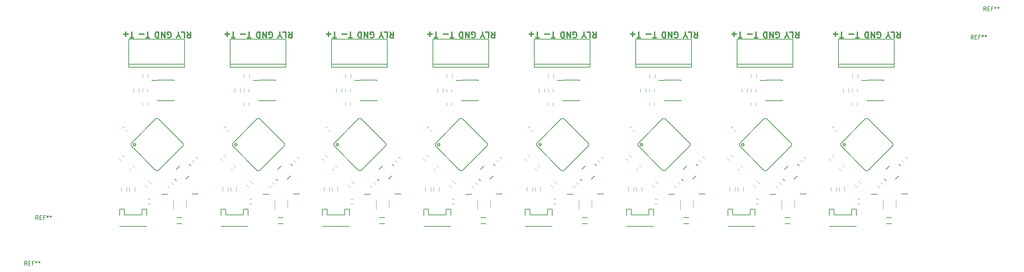
<source format=gto>
G04 #@! TF.FileFunction,Legend,Top*
%FSLAX46Y46*%
G04 Gerber Fmt 4.6, Leading zero omitted, Abs format (unit mm)*
G04 Created by KiCad (PCBNEW 4.0.6) date 11/21/17 13:18:45*
%MOMM*%
%LPD*%
G01*
G04 APERTURE LIST*
%ADD10C,0.100000*%
%ADD11C,0.300000*%
%ADD12C,0.203200*%
%ADD13C,0.120000*%
%ADD14C,0.150000*%
%ADD15C,0.254000*%
G04 APERTURE END LIST*
D10*
D11*
X250104265Y-65731118D02*
X250604265Y-66445403D01*
X250961408Y-65731118D02*
X250961408Y-67231118D01*
X250389980Y-67231118D01*
X250247122Y-67159689D01*
X250175694Y-67088260D01*
X250104265Y-66945403D01*
X250104265Y-66731118D01*
X250175694Y-66588260D01*
X250247122Y-66516832D01*
X250389980Y-66445403D01*
X250961408Y-66445403D01*
X248747122Y-65731118D02*
X249461408Y-65731118D01*
X249461408Y-67231118D01*
X247961408Y-66445403D02*
X247961408Y-65731118D01*
X248461408Y-67231118D02*
X247961408Y-66445403D01*
X247461408Y-67231118D01*
X245254408Y-67159689D02*
X245397265Y-67231118D01*
X245611551Y-67231118D01*
X245825836Y-67159689D01*
X245968694Y-67016832D01*
X246040122Y-66873975D01*
X246111551Y-66588260D01*
X246111551Y-66373975D01*
X246040122Y-66088260D01*
X245968694Y-65945403D01*
X245825836Y-65802546D01*
X245611551Y-65731118D01*
X245468694Y-65731118D01*
X245254408Y-65802546D01*
X245182979Y-65873975D01*
X245182979Y-66373975D01*
X245468694Y-66373975D01*
X244540122Y-65731118D02*
X244540122Y-67231118D01*
X243682979Y-65731118D01*
X243682979Y-67231118D01*
X242968693Y-65731118D02*
X242968693Y-67231118D01*
X242611550Y-67231118D01*
X242397265Y-67159689D01*
X242254407Y-67016832D01*
X242182979Y-66873975D01*
X242111550Y-66588260D01*
X242111550Y-66373975D01*
X242182979Y-66088260D01*
X242254407Y-65945403D01*
X242397265Y-65802546D01*
X242611550Y-65731118D01*
X242968693Y-65731118D01*
X240642694Y-67231118D02*
X239785551Y-67231118D01*
X240214122Y-65731118D02*
X240214122Y-67231118D01*
X239285551Y-66302546D02*
X238142694Y-66302546D01*
X236705694Y-67231118D02*
X235848551Y-67231118D01*
X236277122Y-65731118D02*
X236277122Y-67231118D01*
X235348551Y-66302546D02*
X234205694Y-66302546D01*
X234777123Y-65731118D02*
X234777123Y-66873975D01*
X211305694Y-67231118D02*
X210448551Y-67231118D01*
X210877122Y-65731118D02*
X210877122Y-67231118D01*
X209948551Y-66302546D02*
X208805694Y-66302546D01*
X209377123Y-65731118D02*
X209377123Y-66873975D01*
X215242694Y-67231118D02*
X214385551Y-67231118D01*
X214814122Y-65731118D02*
X214814122Y-67231118D01*
X213885551Y-66302546D02*
X212742694Y-66302546D01*
X219854408Y-67159689D02*
X219997265Y-67231118D01*
X220211551Y-67231118D01*
X220425836Y-67159689D01*
X220568694Y-67016832D01*
X220640122Y-66873975D01*
X220711551Y-66588260D01*
X220711551Y-66373975D01*
X220640122Y-66088260D01*
X220568694Y-65945403D01*
X220425836Y-65802546D01*
X220211551Y-65731118D01*
X220068694Y-65731118D01*
X219854408Y-65802546D01*
X219782979Y-65873975D01*
X219782979Y-66373975D01*
X220068694Y-66373975D01*
X219140122Y-65731118D02*
X219140122Y-67231118D01*
X218282979Y-65731118D01*
X218282979Y-67231118D01*
X217568693Y-65731118D02*
X217568693Y-67231118D01*
X217211550Y-67231118D01*
X216997265Y-67159689D01*
X216854407Y-67016832D01*
X216782979Y-66873975D01*
X216711550Y-66588260D01*
X216711550Y-66373975D01*
X216782979Y-66088260D01*
X216854407Y-65945403D01*
X216997265Y-65802546D01*
X217211550Y-65731118D01*
X217568693Y-65731118D01*
X224704265Y-65731118D02*
X225204265Y-66445403D01*
X225561408Y-65731118D02*
X225561408Y-67231118D01*
X224989980Y-67231118D01*
X224847122Y-67159689D01*
X224775694Y-67088260D01*
X224704265Y-66945403D01*
X224704265Y-66731118D01*
X224775694Y-66588260D01*
X224847122Y-66516832D01*
X224989980Y-66445403D01*
X225561408Y-66445403D01*
X223347122Y-65731118D02*
X224061408Y-65731118D01*
X224061408Y-67231118D01*
X222561408Y-66445403D02*
X222561408Y-65731118D01*
X223061408Y-67231118D02*
X222561408Y-66445403D01*
X222061408Y-67231118D01*
X185905694Y-67231118D02*
X185048551Y-67231118D01*
X185477122Y-65731118D02*
X185477122Y-67231118D01*
X184548551Y-66302546D02*
X183405694Y-66302546D01*
X183977123Y-65731118D02*
X183977123Y-66873975D01*
X189842694Y-67231118D02*
X188985551Y-67231118D01*
X189414122Y-65731118D02*
X189414122Y-67231118D01*
X188485551Y-66302546D02*
X187342694Y-66302546D01*
X194454408Y-67159689D02*
X194597265Y-67231118D01*
X194811551Y-67231118D01*
X195025836Y-67159689D01*
X195168694Y-67016832D01*
X195240122Y-66873975D01*
X195311551Y-66588260D01*
X195311551Y-66373975D01*
X195240122Y-66088260D01*
X195168694Y-65945403D01*
X195025836Y-65802546D01*
X194811551Y-65731118D01*
X194668694Y-65731118D01*
X194454408Y-65802546D01*
X194382979Y-65873975D01*
X194382979Y-66373975D01*
X194668694Y-66373975D01*
X193740122Y-65731118D02*
X193740122Y-67231118D01*
X192882979Y-65731118D01*
X192882979Y-67231118D01*
X192168693Y-65731118D02*
X192168693Y-67231118D01*
X191811550Y-67231118D01*
X191597265Y-67159689D01*
X191454407Y-67016832D01*
X191382979Y-66873975D01*
X191311550Y-66588260D01*
X191311550Y-66373975D01*
X191382979Y-66088260D01*
X191454407Y-65945403D01*
X191597265Y-65802546D01*
X191811550Y-65731118D01*
X192168693Y-65731118D01*
X199304265Y-65731118D02*
X199804265Y-66445403D01*
X200161408Y-65731118D02*
X200161408Y-67231118D01*
X199589980Y-67231118D01*
X199447122Y-67159689D01*
X199375694Y-67088260D01*
X199304265Y-66945403D01*
X199304265Y-66731118D01*
X199375694Y-66588260D01*
X199447122Y-66516832D01*
X199589980Y-66445403D01*
X200161408Y-66445403D01*
X197947122Y-65731118D02*
X198661408Y-65731118D01*
X198661408Y-67231118D01*
X197161408Y-66445403D02*
X197161408Y-65731118D01*
X197661408Y-67231118D02*
X197161408Y-66445403D01*
X196661408Y-67231118D01*
X173904265Y-65731118D02*
X174404265Y-66445403D01*
X174761408Y-65731118D02*
X174761408Y-67231118D01*
X174189980Y-67231118D01*
X174047122Y-67159689D01*
X173975694Y-67088260D01*
X173904265Y-66945403D01*
X173904265Y-66731118D01*
X173975694Y-66588260D01*
X174047122Y-66516832D01*
X174189980Y-66445403D01*
X174761408Y-66445403D01*
X172547122Y-65731118D02*
X173261408Y-65731118D01*
X173261408Y-67231118D01*
X171761408Y-66445403D02*
X171761408Y-65731118D01*
X172261408Y-67231118D02*
X171761408Y-66445403D01*
X171261408Y-67231118D01*
X148504265Y-65731118D02*
X149004265Y-66445403D01*
X149361408Y-65731118D02*
X149361408Y-67231118D01*
X148789980Y-67231118D01*
X148647122Y-67159689D01*
X148575694Y-67088260D01*
X148504265Y-66945403D01*
X148504265Y-66731118D01*
X148575694Y-66588260D01*
X148647122Y-66516832D01*
X148789980Y-66445403D01*
X149361408Y-66445403D01*
X147147122Y-65731118D02*
X147861408Y-65731118D01*
X147861408Y-67231118D01*
X146361408Y-66445403D02*
X146361408Y-65731118D01*
X146861408Y-67231118D02*
X146361408Y-66445403D01*
X145861408Y-67231118D01*
X123104265Y-65731118D02*
X123604265Y-66445403D01*
X123961408Y-65731118D02*
X123961408Y-67231118D01*
X123389980Y-67231118D01*
X123247122Y-67159689D01*
X123175694Y-67088260D01*
X123104265Y-66945403D01*
X123104265Y-66731118D01*
X123175694Y-66588260D01*
X123247122Y-66516832D01*
X123389980Y-66445403D01*
X123961408Y-66445403D01*
X121747122Y-65731118D02*
X122461408Y-65731118D01*
X122461408Y-67231118D01*
X120961408Y-66445403D02*
X120961408Y-65731118D01*
X121461408Y-67231118D02*
X120961408Y-66445403D01*
X120461408Y-67231118D01*
X97704265Y-65731118D02*
X98204265Y-66445403D01*
X98561408Y-65731118D02*
X98561408Y-67231118D01*
X97989980Y-67231118D01*
X97847122Y-67159689D01*
X97775694Y-67088260D01*
X97704265Y-66945403D01*
X97704265Y-66731118D01*
X97775694Y-66588260D01*
X97847122Y-66516832D01*
X97989980Y-66445403D01*
X98561408Y-66445403D01*
X96347122Y-65731118D02*
X97061408Y-65731118D01*
X97061408Y-67231118D01*
X95561408Y-66445403D02*
X95561408Y-65731118D01*
X96061408Y-67231118D02*
X95561408Y-66445403D01*
X95061408Y-67231118D01*
X164442694Y-67231118D02*
X163585551Y-67231118D01*
X164014122Y-65731118D02*
X164014122Y-67231118D01*
X163085551Y-66302546D02*
X161942694Y-66302546D01*
X139042694Y-67231118D02*
X138185551Y-67231118D01*
X138614122Y-65731118D02*
X138614122Y-67231118D01*
X137685551Y-66302546D02*
X136542694Y-66302546D01*
X113642694Y-67231118D02*
X112785551Y-67231118D01*
X113214122Y-65731118D02*
X113214122Y-67231118D01*
X112285551Y-66302546D02*
X111142694Y-66302546D01*
X88242694Y-67231118D02*
X87385551Y-67231118D01*
X87814122Y-65731118D02*
X87814122Y-67231118D01*
X86885551Y-66302546D02*
X85742694Y-66302546D01*
X169054408Y-67159689D02*
X169197265Y-67231118D01*
X169411551Y-67231118D01*
X169625836Y-67159689D01*
X169768694Y-67016832D01*
X169840122Y-66873975D01*
X169911551Y-66588260D01*
X169911551Y-66373975D01*
X169840122Y-66088260D01*
X169768694Y-65945403D01*
X169625836Y-65802546D01*
X169411551Y-65731118D01*
X169268694Y-65731118D01*
X169054408Y-65802546D01*
X168982979Y-65873975D01*
X168982979Y-66373975D01*
X169268694Y-66373975D01*
X168340122Y-65731118D02*
X168340122Y-67231118D01*
X167482979Y-65731118D01*
X167482979Y-67231118D01*
X166768693Y-65731118D02*
X166768693Y-67231118D01*
X166411550Y-67231118D01*
X166197265Y-67159689D01*
X166054407Y-67016832D01*
X165982979Y-66873975D01*
X165911550Y-66588260D01*
X165911550Y-66373975D01*
X165982979Y-66088260D01*
X166054407Y-65945403D01*
X166197265Y-65802546D01*
X166411550Y-65731118D01*
X166768693Y-65731118D01*
X143654408Y-67159689D02*
X143797265Y-67231118D01*
X144011551Y-67231118D01*
X144225836Y-67159689D01*
X144368694Y-67016832D01*
X144440122Y-66873975D01*
X144511551Y-66588260D01*
X144511551Y-66373975D01*
X144440122Y-66088260D01*
X144368694Y-65945403D01*
X144225836Y-65802546D01*
X144011551Y-65731118D01*
X143868694Y-65731118D01*
X143654408Y-65802546D01*
X143582979Y-65873975D01*
X143582979Y-66373975D01*
X143868694Y-66373975D01*
X142940122Y-65731118D02*
X142940122Y-67231118D01*
X142082979Y-65731118D01*
X142082979Y-67231118D01*
X141368693Y-65731118D02*
X141368693Y-67231118D01*
X141011550Y-67231118D01*
X140797265Y-67159689D01*
X140654407Y-67016832D01*
X140582979Y-66873975D01*
X140511550Y-66588260D01*
X140511550Y-66373975D01*
X140582979Y-66088260D01*
X140654407Y-65945403D01*
X140797265Y-65802546D01*
X141011550Y-65731118D01*
X141368693Y-65731118D01*
X118254408Y-67159689D02*
X118397265Y-67231118D01*
X118611551Y-67231118D01*
X118825836Y-67159689D01*
X118968694Y-67016832D01*
X119040122Y-66873975D01*
X119111551Y-66588260D01*
X119111551Y-66373975D01*
X119040122Y-66088260D01*
X118968694Y-65945403D01*
X118825836Y-65802546D01*
X118611551Y-65731118D01*
X118468694Y-65731118D01*
X118254408Y-65802546D01*
X118182979Y-65873975D01*
X118182979Y-66373975D01*
X118468694Y-66373975D01*
X117540122Y-65731118D02*
X117540122Y-67231118D01*
X116682979Y-65731118D01*
X116682979Y-67231118D01*
X115968693Y-65731118D02*
X115968693Y-67231118D01*
X115611550Y-67231118D01*
X115397265Y-67159689D01*
X115254407Y-67016832D01*
X115182979Y-66873975D01*
X115111550Y-66588260D01*
X115111550Y-66373975D01*
X115182979Y-66088260D01*
X115254407Y-65945403D01*
X115397265Y-65802546D01*
X115611550Y-65731118D01*
X115968693Y-65731118D01*
X92854408Y-67159689D02*
X92997265Y-67231118D01*
X93211551Y-67231118D01*
X93425836Y-67159689D01*
X93568694Y-67016832D01*
X93640122Y-66873975D01*
X93711551Y-66588260D01*
X93711551Y-66373975D01*
X93640122Y-66088260D01*
X93568694Y-65945403D01*
X93425836Y-65802546D01*
X93211551Y-65731118D01*
X93068694Y-65731118D01*
X92854408Y-65802546D01*
X92782979Y-65873975D01*
X92782979Y-66373975D01*
X93068694Y-66373975D01*
X92140122Y-65731118D02*
X92140122Y-67231118D01*
X91282979Y-65731118D01*
X91282979Y-67231118D01*
X90568693Y-65731118D02*
X90568693Y-67231118D01*
X90211550Y-67231118D01*
X89997265Y-67159689D01*
X89854407Y-67016832D01*
X89782979Y-66873975D01*
X89711550Y-66588260D01*
X89711550Y-66373975D01*
X89782979Y-66088260D01*
X89854407Y-65945403D01*
X89997265Y-65802546D01*
X90211550Y-65731118D01*
X90568693Y-65731118D01*
X160505694Y-67231118D02*
X159648551Y-67231118D01*
X160077122Y-65731118D02*
X160077122Y-67231118D01*
X159148551Y-66302546D02*
X158005694Y-66302546D01*
X158577123Y-65731118D02*
X158577123Y-66873975D01*
X135105694Y-67231118D02*
X134248551Y-67231118D01*
X134677122Y-65731118D02*
X134677122Y-67231118D01*
X133748551Y-66302546D02*
X132605694Y-66302546D01*
X133177123Y-65731118D02*
X133177123Y-66873975D01*
X109705694Y-67231118D02*
X108848551Y-67231118D01*
X109277122Y-65731118D02*
X109277122Y-67231118D01*
X108348551Y-66302546D02*
X107205694Y-66302546D01*
X107777123Y-65731118D02*
X107777123Y-66873975D01*
X84305694Y-67231118D02*
X83448551Y-67231118D01*
X83877122Y-65731118D02*
X83877122Y-67231118D01*
X82948551Y-66302546D02*
X81805694Y-66302546D01*
X82377123Y-65731118D02*
X82377123Y-66873975D01*
X62842694Y-67231118D02*
X61985551Y-67231118D01*
X62414122Y-65731118D02*
X62414122Y-67231118D01*
X61485551Y-66302546D02*
X60342694Y-66302546D01*
X67454408Y-67159689D02*
X67597265Y-67231118D01*
X67811551Y-67231118D01*
X68025836Y-67159689D01*
X68168694Y-67016832D01*
X68240122Y-66873975D01*
X68311551Y-66588260D01*
X68311551Y-66373975D01*
X68240122Y-66088260D01*
X68168694Y-65945403D01*
X68025836Y-65802546D01*
X67811551Y-65731118D01*
X67668694Y-65731118D01*
X67454408Y-65802546D01*
X67382979Y-65873975D01*
X67382979Y-66373975D01*
X67668694Y-66373975D01*
X66740122Y-65731118D02*
X66740122Y-67231118D01*
X65882979Y-65731118D01*
X65882979Y-67231118D01*
X65168693Y-65731118D02*
X65168693Y-67231118D01*
X64811550Y-67231118D01*
X64597265Y-67159689D01*
X64454407Y-67016832D01*
X64382979Y-66873975D01*
X64311550Y-66588260D01*
X64311550Y-66373975D01*
X64382979Y-66088260D01*
X64454407Y-65945403D01*
X64597265Y-65802546D01*
X64811550Y-65731118D01*
X65168693Y-65731118D01*
X72304265Y-65731118D02*
X72804265Y-66445403D01*
X73161408Y-65731118D02*
X73161408Y-67231118D01*
X72589980Y-67231118D01*
X72447122Y-67159689D01*
X72375694Y-67088260D01*
X72304265Y-66945403D01*
X72304265Y-66731118D01*
X72375694Y-66588260D01*
X72447122Y-66516832D01*
X72589980Y-66445403D01*
X73161408Y-66445403D01*
X70947122Y-65731118D02*
X71661408Y-65731118D01*
X71661408Y-67231118D01*
X70161408Y-66445403D02*
X70161408Y-65731118D01*
X70661408Y-67231118D02*
X70161408Y-66445403D01*
X69661408Y-67231118D01*
X58905694Y-67231118D02*
X58048551Y-67231118D01*
X58477122Y-65731118D02*
X58477122Y-67231118D01*
X57548551Y-66302546D02*
X56405694Y-66302546D01*
X56977123Y-65731118D02*
X56977123Y-66873975D01*
D12*
X235506031Y-67583169D02*
X249501431Y-67583169D01*
X249501431Y-67583169D02*
X249501431Y-73780769D01*
X249501431Y-73780769D02*
X249501431Y-74580869D01*
X249501431Y-74580869D02*
X235506031Y-74580869D01*
X235506031Y-74580869D02*
X235506031Y-73780769D01*
X235506031Y-73780769D02*
X235506031Y-67583169D01*
X249501431Y-73780769D02*
X235506031Y-73780769D01*
D13*
X238939551Y-80729689D02*
X238939551Y-80029689D01*
X240139551Y-80029689D02*
X240139551Y-80729689D01*
X240346551Y-76323689D02*
X240346551Y-77323689D01*
X238986551Y-77323689D02*
X238986551Y-76323689D01*
D14*
X242671551Y-77804689D02*
X242671551Y-77854689D01*
X246821551Y-77804689D02*
X246821551Y-77949689D01*
X246821551Y-82954689D02*
X246821551Y-82809689D01*
X242671551Y-82954689D02*
X242671551Y-82809689D01*
X242671551Y-77804689D02*
X246821551Y-77804689D01*
X242671551Y-82954689D02*
X246821551Y-82954689D01*
X242671551Y-77854689D02*
X241271551Y-77854689D01*
D13*
X251935774Y-98323440D02*
X251440800Y-97828466D01*
X252289328Y-96979938D02*
X252784302Y-97474912D01*
D12*
X251350551Y-106290229D02*
X252874551Y-106290229D01*
X250689977Y-101731379D02*
X249842241Y-102579115D01*
X247439125Y-103002983D02*
X247015257Y-102579115D01*
X247439125Y-100175999D02*
X248286861Y-99328263D01*
X251113845Y-99328263D02*
X250689977Y-98904395D01*
D13*
X249912551Y-109600689D02*
X249912551Y-107800689D01*
X246692551Y-107800689D02*
X246692551Y-110250689D01*
D12*
X248810551Y-113780689D02*
X247540551Y-113780689D01*
X247540551Y-112256689D02*
X248810551Y-112256689D01*
X243730551Y-106414689D02*
X245254551Y-106414689D01*
D13*
X246066328Y-103456938D02*
X246561302Y-103951912D01*
X245712774Y-104800440D02*
X245217800Y-104305466D01*
D12*
X236084050Y-94250669D02*
X236084050Y-93686709D01*
X236084050Y-93686709D02*
X242305571Y-87465188D01*
X242305571Y-87465188D02*
X242869531Y-87465188D01*
X242869531Y-87465188D02*
X249091052Y-93686709D01*
X249091052Y-93686709D02*
X249091052Y-94250669D01*
X249091052Y-94250669D02*
X242869531Y-100472190D01*
X242869531Y-100472190D02*
X242305571Y-100472190D01*
X242305571Y-100472190D02*
X236084050Y-94250669D01*
D15*
X237215522Y-93968689D02*
G75*
G03X237215522Y-93968689I-281940J0D01*
G01*
D13*
X233914800Y-89854912D02*
X234409774Y-89359938D01*
X235258302Y-90208466D02*
X234763328Y-90703440D01*
X233543104Y-97964770D02*
X233048130Y-97469796D01*
X233896658Y-96621268D02*
X234391632Y-97116242D01*
X236436658Y-99161268D02*
X236931632Y-99656242D01*
X236083104Y-100504770D02*
X235588130Y-100009796D01*
X238060551Y-79879689D02*
X238060551Y-80879689D01*
X236700551Y-80879689D02*
X236700551Y-79879689D01*
X238939551Y-84146689D02*
X238939551Y-83446689D01*
X240139551Y-83446689D02*
X240139551Y-84146689D01*
X240217551Y-107592689D02*
X240917551Y-107592689D01*
X240917551Y-108792689D02*
X240217551Y-108792689D01*
X240174272Y-104709075D02*
X239467165Y-104001968D01*
X240428830Y-103040303D02*
X241135937Y-103747410D01*
X235012551Y-104644689D02*
X235012551Y-105644689D01*
X233652551Y-105644689D02*
X233652551Y-104644689D01*
D12*
X233220031Y-111769009D02*
X233220031Y-110168809D01*
X233220031Y-110168809D02*
X234418911Y-110168809D01*
X240017071Y-110168809D02*
X238818191Y-110168809D01*
X240017071Y-111769009D02*
X240017071Y-110168809D01*
X233220031Y-114466489D02*
X240017071Y-114466489D01*
X234418911Y-110168809D02*
X234418911Y-111570889D01*
X234418911Y-111570889D02*
X238818191Y-111570889D01*
X238818191Y-111570889D02*
X238818191Y-110168809D01*
D13*
X237044551Y-104644689D02*
X237044551Y-105644689D01*
X235684551Y-105644689D02*
X235684551Y-104644689D01*
X213539551Y-84146689D02*
X213539551Y-83446689D01*
X214739551Y-83446689D02*
X214739551Y-84146689D01*
X212660551Y-79879689D02*
X212660551Y-80879689D01*
X211300551Y-80879689D02*
X211300551Y-79879689D01*
D12*
X210106031Y-67583169D02*
X224101431Y-67583169D01*
X224101431Y-67583169D02*
X224101431Y-73780769D01*
X224101431Y-73780769D02*
X224101431Y-74580869D01*
X224101431Y-74580869D02*
X210106031Y-74580869D01*
X210106031Y-74580869D02*
X210106031Y-73780769D01*
X210106031Y-73780769D02*
X210106031Y-67583169D01*
X224101431Y-73780769D02*
X210106031Y-73780769D01*
D13*
X214946551Y-76323689D02*
X214946551Y-77323689D01*
X213586551Y-77323689D02*
X213586551Y-76323689D01*
X213539551Y-80729689D02*
X213539551Y-80029689D01*
X214739551Y-80029689D02*
X214739551Y-80729689D01*
D12*
X225950551Y-106290229D02*
X227474551Y-106290229D01*
X223410551Y-113780689D02*
X222140551Y-113780689D01*
X222140551Y-112256689D02*
X223410551Y-112256689D01*
D13*
X224512551Y-109600689D02*
X224512551Y-107800689D01*
X221292551Y-107800689D02*
X221292551Y-110250689D01*
D12*
X218330551Y-106414689D02*
X219854551Y-106414689D01*
D13*
X209612551Y-104644689D02*
X209612551Y-105644689D01*
X208252551Y-105644689D02*
X208252551Y-104644689D01*
X211644551Y-104644689D02*
X211644551Y-105644689D01*
X210284551Y-105644689D02*
X210284551Y-104644689D01*
X214817551Y-107592689D02*
X215517551Y-107592689D01*
X215517551Y-108792689D02*
X214817551Y-108792689D01*
X208143104Y-97964770D02*
X207648130Y-97469796D01*
X208496658Y-96621268D02*
X208991632Y-97116242D01*
D12*
X207820031Y-111769009D02*
X207820031Y-110168809D01*
X207820031Y-110168809D02*
X209018911Y-110168809D01*
X214617071Y-110168809D02*
X213418191Y-110168809D01*
X214617071Y-111769009D02*
X214617071Y-110168809D01*
X207820031Y-114466489D02*
X214617071Y-114466489D01*
X209018911Y-110168809D02*
X209018911Y-111570889D01*
X209018911Y-111570889D02*
X213418191Y-111570889D01*
X213418191Y-111570889D02*
X213418191Y-110168809D01*
D13*
X226535774Y-98323440D02*
X226040800Y-97828466D01*
X226889328Y-96979938D02*
X227384302Y-97474912D01*
X211036658Y-99161268D02*
X211531632Y-99656242D01*
X210683104Y-100504770D02*
X210188130Y-100009796D01*
X220666328Y-103456938D02*
X221161302Y-103951912D01*
X220312774Y-104800440D02*
X219817800Y-104305466D01*
X208514800Y-89854912D02*
X209009774Y-89359938D01*
X209858302Y-90208466D02*
X209363328Y-90703440D01*
D12*
X210684050Y-94250669D02*
X210684050Y-93686709D01*
X210684050Y-93686709D02*
X216905571Y-87465188D01*
X216905571Y-87465188D02*
X217469531Y-87465188D01*
X217469531Y-87465188D02*
X223691052Y-93686709D01*
X223691052Y-93686709D02*
X223691052Y-94250669D01*
X223691052Y-94250669D02*
X217469531Y-100472190D01*
X217469531Y-100472190D02*
X216905571Y-100472190D01*
X216905571Y-100472190D02*
X210684050Y-94250669D01*
D15*
X211815522Y-93968689D02*
G75*
G03X211815522Y-93968689I-281940J0D01*
G01*
D13*
X214774272Y-104709075D02*
X214067165Y-104001968D01*
X215028830Y-103040303D02*
X215735937Y-103747410D01*
D12*
X225289977Y-101731379D02*
X224442241Y-102579115D01*
X222039125Y-103002983D02*
X221615257Y-102579115D01*
X222039125Y-100175999D02*
X222886861Y-99328263D01*
X225713845Y-99328263D02*
X225289977Y-98904395D01*
D14*
X217271551Y-77804689D02*
X217271551Y-77854689D01*
X221421551Y-77804689D02*
X221421551Y-77949689D01*
X221421551Y-82954689D02*
X221421551Y-82809689D01*
X217271551Y-82954689D02*
X217271551Y-82809689D01*
X217271551Y-77804689D02*
X221421551Y-77804689D01*
X217271551Y-82954689D02*
X221421551Y-82954689D01*
X217271551Y-77854689D02*
X215871551Y-77854689D01*
D13*
X187260551Y-79879689D02*
X187260551Y-80879689D01*
X185900551Y-80879689D02*
X185900551Y-79879689D01*
X188139551Y-84146689D02*
X188139551Y-83446689D01*
X189339551Y-83446689D02*
X189339551Y-84146689D01*
X201135774Y-98323440D02*
X200640800Y-97828466D01*
X201489328Y-96979938D02*
X201984302Y-97474912D01*
D12*
X200550551Y-106290229D02*
X202074551Y-106290229D01*
D13*
X182743104Y-97964770D02*
X182248130Y-97469796D01*
X183096658Y-96621268D02*
X183591632Y-97116242D01*
X189417551Y-107592689D02*
X190117551Y-107592689D01*
X190117551Y-108792689D02*
X189417551Y-108792689D01*
D12*
X182420031Y-111769009D02*
X182420031Y-110168809D01*
X182420031Y-110168809D02*
X183618911Y-110168809D01*
X189217071Y-110168809D02*
X188018191Y-110168809D01*
X189217071Y-111769009D02*
X189217071Y-110168809D01*
X182420031Y-114466489D02*
X189217071Y-114466489D01*
X183618911Y-110168809D02*
X183618911Y-111570889D01*
X183618911Y-111570889D02*
X188018191Y-111570889D01*
X188018191Y-111570889D02*
X188018191Y-110168809D01*
D13*
X184212551Y-104644689D02*
X184212551Y-105644689D01*
X182852551Y-105644689D02*
X182852551Y-104644689D01*
X185636658Y-99161268D02*
X186131632Y-99656242D01*
X185283104Y-100504770D02*
X184788130Y-100009796D01*
X195266328Y-103456938D02*
X195761302Y-103951912D01*
X194912774Y-104800440D02*
X194417800Y-104305466D01*
X183114800Y-89854912D02*
X183609774Y-89359938D01*
X184458302Y-90208466D02*
X183963328Y-90703440D01*
X186244551Y-104644689D02*
X186244551Y-105644689D01*
X184884551Y-105644689D02*
X184884551Y-104644689D01*
D12*
X185284050Y-94250669D02*
X185284050Y-93686709D01*
X185284050Y-93686709D02*
X191505571Y-87465188D01*
X191505571Y-87465188D02*
X192069531Y-87465188D01*
X192069531Y-87465188D02*
X198291052Y-93686709D01*
X198291052Y-93686709D02*
X198291052Y-94250669D01*
X198291052Y-94250669D02*
X192069531Y-100472190D01*
X192069531Y-100472190D02*
X191505571Y-100472190D01*
X191505571Y-100472190D02*
X185284050Y-94250669D01*
D15*
X186415522Y-93968689D02*
G75*
G03X186415522Y-93968689I-281940J0D01*
G01*
D13*
X189374272Y-104709075D02*
X188667165Y-104001968D01*
X189628830Y-103040303D02*
X190335937Y-103747410D01*
D12*
X199889977Y-101731379D02*
X199042241Y-102579115D01*
X196639125Y-103002983D02*
X196215257Y-102579115D01*
X196639125Y-100175999D02*
X197486861Y-99328263D01*
X200313845Y-99328263D02*
X199889977Y-98904395D01*
X198010551Y-113780689D02*
X196740551Y-113780689D01*
X196740551Y-112256689D02*
X198010551Y-112256689D01*
D13*
X199112551Y-109600689D02*
X199112551Y-107800689D01*
X195892551Y-107800689D02*
X195892551Y-110250689D01*
D12*
X192930551Y-106414689D02*
X194454551Y-106414689D01*
X184706031Y-67583169D02*
X198701431Y-67583169D01*
X198701431Y-67583169D02*
X198701431Y-73780769D01*
X198701431Y-73780769D02*
X198701431Y-74580869D01*
X198701431Y-74580869D02*
X184706031Y-74580869D01*
X184706031Y-74580869D02*
X184706031Y-73780769D01*
X184706031Y-73780769D02*
X184706031Y-67583169D01*
X198701431Y-73780769D02*
X184706031Y-73780769D01*
D14*
X191871551Y-77804689D02*
X191871551Y-77854689D01*
X196021551Y-77804689D02*
X196021551Y-77949689D01*
X196021551Y-82954689D02*
X196021551Y-82809689D01*
X191871551Y-82954689D02*
X191871551Y-82809689D01*
X191871551Y-77804689D02*
X196021551Y-77804689D01*
X191871551Y-82954689D02*
X196021551Y-82954689D01*
X191871551Y-77854689D02*
X190471551Y-77854689D01*
D13*
X188139551Y-80729689D02*
X188139551Y-80029689D01*
X189339551Y-80029689D02*
X189339551Y-80729689D01*
X189546551Y-76323689D02*
X189546551Y-77323689D01*
X188186551Y-77323689D02*
X188186551Y-76323689D01*
X175735774Y-98323440D02*
X175240800Y-97828466D01*
X176089328Y-96979938D02*
X176584302Y-97474912D01*
X150335774Y-98323440D02*
X149840800Y-97828466D01*
X150689328Y-96979938D02*
X151184302Y-97474912D01*
X124935774Y-98323440D02*
X124440800Y-97828466D01*
X125289328Y-96979938D02*
X125784302Y-97474912D01*
X99535774Y-98323440D02*
X99040800Y-97828466D01*
X99889328Y-96979938D02*
X100384302Y-97474912D01*
D12*
X175150551Y-106290229D02*
X176674551Y-106290229D01*
X149750551Y-106290229D02*
X151274551Y-106290229D01*
X124350551Y-106290229D02*
X125874551Y-106290229D01*
X98950551Y-106290229D02*
X100474551Y-106290229D01*
D13*
X162739551Y-80729689D02*
X162739551Y-80029689D01*
X163939551Y-80029689D02*
X163939551Y-80729689D01*
X137339551Y-80729689D02*
X137339551Y-80029689D01*
X138539551Y-80029689D02*
X138539551Y-80729689D01*
X111939551Y-80729689D02*
X111939551Y-80029689D01*
X113139551Y-80029689D02*
X113139551Y-80729689D01*
X86539551Y-80729689D02*
X86539551Y-80029689D01*
X87739551Y-80029689D02*
X87739551Y-80729689D01*
X162739551Y-84146689D02*
X162739551Y-83446689D01*
X163939551Y-83446689D02*
X163939551Y-84146689D01*
X137339551Y-84146689D02*
X137339551Y-83446689D01*
X138539551Y-83446689D02*
X138539551Y-84146689D01*
X111939551Y-84146689D02*
X111939551Y-83446689D01*
X113139551Y-83446689D02*
X113139551Y-84146689D01*
X86539551Y-84146689D02*
X86539551Y-83446689D01*
X87739551Y-83446689D02*
X87739551Y-84146689D01*
D14*
X166471551Y-77804689D02*
X166471551Y-77854689D01*
X170621551Y-77804689D02*
X170621551Y-77949689D01*
X170621551Y-82954689D02*
X170621551Y-82809689D01*
X166471551Y-82954689D02*
X166471551Y-82809689D01*
X166471551Y-77804689D02*
X170621551Y-77804689D01*
X166471551Y-82954689D02*
X170621551Y-82954689D01*
X166471551Y-77854689D02*
X165071551Y-77854689D01*
X141071551Y-77804689D02*
X141071551Y-77854689D01*
X145221551Y-77804689D02*
X145221551Y-77949689D01*
X145221551Y-82954689D02*
X145221551Y-82809689D01*
X141071551Y-82954689D02*
X141071551Y-82809689D01*
X141071551Y-77804689D02*
X145221551Y-77804689D01*
X141071551Y-82954689D02*
X145221551Y-82954689D01*
X141071551Y-77854689D02*
X139671551Y-77854689D01*
X115671551Y-77804689D02*
X115671551Y-77854689D01*
X119821551Y-77804689D02*
X119821551Y-77949689D01*
X119821551Y-82954689D02*
X119821551Y-82809689D01*
X115671551Y-82954689D02*
X115671551Y-82809689D01*
X115671551Y-77804689D02*
X119821551Y-77804689D01*
X115671551Y-82954689D02*
X119821551Y-82954689D01*
X115671551Y-77854689D02*
X114271551Y-77854689D01*
X90271551Y-77804689D02*
X90271551Y-77854689D01*
X94421551Y-77804689D02*
X94421551Y-77949689D01*
X94421551Y-82954689D02*
X94421551Y-82809689D01*
X90271551Y-82954689D02*
X90271551Y-82809689D01*
X90271551Y-77804689D02*
X94421551Y-77804689D01*
X90271551Y-82954689D02*
X94421551Y-82954689D01*
X90271551Y-77854689D02*
X88871551Y-77854689D01*
D13*
X164146551Y-76323689D02*
X164146551Y-77323689D01*
X162786551Y-77323689D02*
X162786551Y-76323689D01*
X138746551Y-76323689D02*
X138746551Y-77323689D01*
X137386551Y-77323689D02*
X137386551Y-76323689D01*
X113346551Y-76323689D02*
X113346551Y-77323689D01*
X111986551Y-77323689D02*
X111986551Y-76323689D01*
X87946551Y-76323689D02*
X87946551Y-77323689D01*
X86586551Y-77323689D02*
X86586551Y-76323689D01*
D12*
X159884050Y-94250669D02*
X159884050Y-93686709D01*
X159884050Y-93686709D02*
X166105571Y-87465188D01*
X166105571Y-87465188D02*
X166669531Y-87465188D01*
X166669531Y-87465188D02*
X172891052Y-93686709D01*
X172891052Y-93686709D02*
X172891052Y-94250669D01*
X172891052Y-94250669D02*
X166669531Y-100472190D01*
X166669531Y-100472190D02*
X166105571Y-100472190D01*
X166105571Y-100472190D02*
X159884050Y-94250669D01*
D15*
X161015522Y-93968689D02*
G75*
G03X161015522Y-93968689I-281940J0D01*
G01*
D12*
X134484050Y-94250669D02*
X134484050Y-93686709D01*
X134484050Y-93686709D02*
X140705571Y-87465188D01*
X140705571Y-87465188D02*
X141269531Y-87465188D01*
X141269531Y-87465188D02*
X147491052Y-93686709D01*
X147491052Y-93686709D02*
X147491052Y-94250669D01*
X147491052Y-94250669D02*
X141269531Y-100472190D01*
X141269531Y-100472190D02*
X140705571Y-100472190D01*
X140705571Y-100472190D02*
X134484050Y-94250669D01*
D15*
X135615522Y-93968689D02*
G75*
G03X135615522Y-93968689I-281940J0D01*
G01*
D12*
X109084050Y-94250669D02*
X109084050Y-93686709D01*
X109084050Y-93686709D02*
X115305571Y-87465188D01*
X115305571Y-87465188D02*
X115869531Y-87465188D01*
X115869531Y-87465188D02*
X122091052Y-93686709D01*
X122091052Y-93686709D02*
X122091052Y-94250669D01*
X122091052Y-94250669D02*
X115869531Y-100472190D01*
X115869531Y-100472190D02*
X115305571Y-100472190D01*
X115305571Y-100472190D02*
X109084050Y-94250669D01*
D15*
X110215522Y-93968689D02*
G75*
G03X110215522Y-93968689I-281940J0D01*
G01*
D12*
X83684050Y-94250669D02*
X83684050Y-93686709D01*
X83684050Y-93686709D02*
X89905571Y-87465188D01*
X89905571Y-87465188D02*
X90469531Y-87465188D01*
X90469531Y-87465188D02*
X96691052Y-93686709D01*
X96691052Y-93686709D02*
X96691052Y-94250669D01*
X96691052Y-94250669D02*
X90469531Y-100472190D01*
X90469531Y-100472190D02*
X89905571Y-100472190D01*
X89905571Y-100472190D02*
X83684050Y-94250669D01*
D15*
X84815522Y-93968689D02*
G75*
G03X84815522Y-93968689I-281940J0D01*
G01*
D13*
X163974272Y-104709075D02*
X163267165Y-104001968D01*
X164228830Y-103040303D02*
X164935937Y-103747410D01*
X138574272Y-104709075D02*
X137867165Y-104001968D01*
X138828830Y-103040303D02*
X139535937Y-103747410D01*
X113174272Y-104709075D02*
X112467165Y-104001968D01*
X113428830Y-103040303D02*
X114135937Y-103747410D01*
X87774272Y-104709075D02*
X87067165Y-104001968D01*
X88028830Y-103040303D02*
X88735937Y-103747410D01*
X160236658Y-99161268D02*
X160731632Y-99656242D01*
X159883104Y-100504770D02*
X159388130Y-100009796D01*
X134836658Y-99161268D02*
X135331632Y-99656242D01*
X134483104Y-100504770D02*
X133988130Y-100009796D01*
X109436658Y-99161268D02*
X109931632Y-99656242D01*
X109083104Y-100504770D02*
X108588130Y-100009796D01*
X84036658Y-99161268D02*
X84531632Y-99656242D01*
X83683104Y-100504770D02*
X83188130Y-100009796D01*
X157343104Y-97964770D02*
X156848130Y-97469796D01*
X157696658Y-96621268D02*
X158191632Y-97116242D01*
X131943104Y-97964770D02*
X131448130Y-97469796D01*
X132296658Y-96621268D02*
X132791632Y-97116242D01*
X106543104Y-97964770D02*
X106048130Y-97469796D01*
X106896658Y-96621268D02*
X107391632Y-97116242D01*
X81143104Y-97964770D02*
X80648130Y-97469796D01*
X81496658Y-96621268D02*
X81991632Y-97116242D01*
D12*
X174489977Y-101731379D02*
X173642241Y-102579115D01*
X171239125Y-103002983D02*
X170815257Y-102579115D01*
X171239125Y-100175999D02*
X172086861Y-99328263D01*
X174913845Y-99328263D02*
X174489977Y-98904395D01*
X149089977Y-101731379D02*
X148242241Y-102579115D01*
X145839125Y-103002983D02*
X145415257Y-102579115D01*
X145839125Y-100175999D02*
X146686861Y-99328263D01*
X149513845Y-99328263D02*
X149089977Y-98904395D01*
X123689977Y-101731379D02*
X122842241Y-102579115D01*
X120439125Y-103002983D02*
X120015257Y-102579115D01*
X120439125Y-100175999D02*
X121286861Y-99328263D01*
X124113845Y-99328263D02*
X123689977Y-98904395D01*
X98289977Y-101731379D02*
X97442241Y-102579115D01*
X95039125Y-103002983D02*
X94615257Y-102579115D01*
X95039125Y-100175999D02*
X95886861Y-99328263D01*
X98713845Y-99328263D02*
X98289977Y-98904395D01*
D13*
X157714800Y-89854912D02*
X158209774Y-89359938D01*
X159058302Y-90208466D02*
X158563328Y-90703440D01*
X132314800Y-89854912D02*
X132809774Y-89359938D01*
X133658302Y-90208466D02*
X133163328Y-90703440D01*
X106914800Y-89854912D02*
X107409774Y-89359938D01*
X108258302Y-90208466D02*
X107763328Y-90703440D01*
X81514800Y-89854912D02*
X82009774Y-89359938D01*
X82858302Y-90208466D02*
X82363328Y-90703440D01*
D12*
X157020031Y-111769009D02*
X157020031Y-110168809D01*
X157020031Y-110168809D02*
X158218911Y-110168809D01*
X163817071Y-110168809D02*
X162618191Y-110168809D01*
X163817071Y-111769009D02*
X163817071Y-110168809D01*
X157020031Y-114466489D02*
X163817071Y-114466489D01*
X158218911Y-110168809D02*
X158218911Y-111570889D01*
X158218911Y-111570889D02*
X162618191Y-111570889D01*
X162618191Y-111570889D02*
X162618191Y-110168809D01*
X131620031Y-111769009D02*
X131620031Y-110168809D01*
X131620031Y-110168809D02*
X132818911Y-110168809D01*
X138417071Y-110168809D02*
X137218191Y-110168809D01*
X138417071Y-111769009D02*
X138417071Y-110168809D01*
X131620031Y-114466489D02*
X138417071Y-114466489D01*
X132818911Y-110168809D02*
X132818911Y-111570889D01*
X132818911Y-111570889D02*
X137218191Y-111570889D01*
X137218191Y-111570889D02*
X137218191Y-110168809D01*
X106220031Y-111769009D02*
X106220031Y-110168809D01*
X106220031Y-110168809D02*
X107418911Y-110168809D01*
X113017071Y-110168809D02*
X111818191Y-110168809D01*
X113017071Y-111769009D02*
X113017071Y-110168809D01*
X106220031Y-114466489D02*
X113017071Y-114466489D01*
X107418911Y-110168809D02*
X107418911Y-111570889D01*
X107418911Y-111570889D02*
X111818191Y-111570889D01*
X111818191Y-111570889D02*
X111818191Y-110168809D01*
X80820031Y-111769009D02*
X80820031Y-110168809D01*
X80820031Y-110168809D02*
X82018911Y-110168809D01*
X87617071Y-110168809D02*
X86418191Y-110168809D01*
X87617071Y-111769009D02*
X87617071Y-110168809D01*
X80820031Y-114466489D02*
X87617071Y-114466489D01*
X82018911Y-110168809D02*
X82018911Y-111570889D01*
X82018911Y-111570889D02*
X86418191Y-111570889D01*
X86418191Y-111570889D02*
X86418191Y-110168809D01*
D13*
X164017551Y-107592689D02*
X164717551Y-107592689D01*
X164717551Y-108792689D02*
X164017551Y-108792689D01*
X138617551Y-107592689D02*
X139317551Y-107592689D01*
X139317551Y-108792689D02*
X138617551Y-108792689D01*
X113217551Y-107592689D02*
X113917551Y-107592689D01*
X113917551Y-108792689D02*
X113217551Y-108792689D01*
X87817551Y-107592689D02*
X88517551Y-107592689D01*
X88517551Y-108792689D02*
X87817551Y-108792689D01*
X158812551Y-104644689D02*
X158812551Y-105644689D01*
X157452551Y-105644689D02*
X157452551Y-104644689D01*
X133412551Y-104644689D02*
X133412551Y-105644689D01*
X132052551Y-105644689D02*
X132052551Y-104644689D01*
X108012551Y-104644689D02*
X108012551Y-105644689D01*
X106652551Y-105644689D02*
X106652551Y-104644689D01*
X82612551Y-104644689D02*
X82612551Y-105644689D01*
X81252551Y-105644689D02*
X81252551Y-104644689D01*
X160844551Y-104644689D02*
X160844551Y-105644689D01*
X159484551Y-105644689D02*
X159484551Y-104644689D01*
X135444551Y-104644689D02*
X135444551Y-105644689D01*
X134084551Y-105644689D02*
X134084551Y-104644689D01*
X110044551Y-104644689D02*
X110044551Y-105644689D01*
X108684551Y-105644689D02*
X108684551Y-104644689D01*
X84644551Y-104644689D02*
X84644551Y-105644689D01*
X83284551Y-105644689D02*
X83284551Y-104644689D01*
X169866328Y-103456938D02*
X170361302Y-103951912D01*
X169512774Y-104800440D02*
X169017800Y-104305466D01*
X144466328Y-103456938D02*
X144961302Y-103951912D01*
X144112774Y-104800440D02*
X143617800Y-104305466D01*
X119066328Y-103456938D02*
X119561302Y-103951912D01*
X118712774Y-104800440D02*
X118217800Y-104305466D01*
X93666328Y-103456938D02*
X94161302Y-103951912D01*
X93312774Y-104800440D02*
X92817800Y-104305466D01*
D12*
X172610551Y-113780689D02*
X171340551Y-113780689D01*
X171340551Y-112256689D02*
X172610551Y-112256689D01*
X147210551Y-113780689D02*
X145940551Y-113780689D01*
X145940551Y-112256689D02*
X147210551Y-112256689D01*
X121810551Y-113780689D02*
X120540551Y-113780689D01*
X120540551Y-112256689D02*
X121810551Y-112256689D01*
X96410551Y-113780689D02*
X95140551Y-113780689D01*
X95140551Y-112256689D02*
X96410551Y-112256689D01*
D13*
X173712551Y-109600689D02*
X173712551Y-107800689D01*
X170492551Y-107800689D02*
X170492551Y-110250689D01*
X148312551Y-109600689D02*
X148312551Y-107800689D01*
X145092551Y-107800689D02*
X145092551Y-110250689D01*
X122912551Y-109600689D02*
X122912551Y-107800689D01*
X119692551Y-107800689D02*
X119692551Y-110250689D01*
X97512551Y-109600689D02*
X97512551Y-107800689D01*
X94292551Y-107800689D02*
X94292551Y-110250689D01*
D12*
X167530551Y-106414689D02*
X169054551Y-106414689D01*
X142130551Y-106414689D02*
X143654551Y-106414689D01*
X116730551Y-106414689D02*
X118254551Y-106414689D01*
X91330551Y-106414689D02*
X92854551Y-106414689D01*
X159306031Y-67583169D02*
X173301431Y-67583169D01*
X173301431Y-67583169D02*
X173301431Y-73780769D01*
X173301431Y-73780769D02*
X173301431Y-74580869D01*
X173301431Y-74580869D02*
X159306031Y-74580869D01*
X159306031Y-74580869D02*
X159306031Y-73780769D01*
X159306031Y-73780769D02*
X159306031Y-67583169D01*
X173301431Y-73780769D02*
X159306031Y-73780769D01*
X133906031Y-67583169D02*
X147901431Y-67583169D01*
X147901431Y-67583169D02*
X147901431Y-73780769D01*
X147901431Y-73780769D02*
X147901431Y-74580869D01*
X147901431Y-74580869D02*
X133906031Y-74580869D01*
X133906031Y-74580869D02*
X133906031Y-73780769D01*
X133906031Y-73780769D02*
X133906031Y-67583169D01*
X147901431Y-73780769D02*
X133906031Y-73780769D01*
X108506031Y-67583169D02*
X122501431Y-67583169D01*
X122501431Y-67583169D02*
X122501431Y-73780769D01*
X122501431Y-73780769D02*
X122501431Y-74580869D01*
X122501431Y-74580869D02*
X108506031Y-74580869D01*
X108506031Y-74580869D02*
X108506031Y-73780769D01*
X108506031Y-73780769D02*
X108506031Y-67583169D01*
X122501431Y-73780769D02*
X108506031Y-73780769D01*
X83106031Y-67583169D02*
X97101431Y-67583169D01*
X97101431Y-67583169D02*
X97101431Y-73780769D01*
X97101431Y-73780769D02*
X97101431Y-74580869D01*
X97101431Y-74580869D02*
X83106031Y-74580869D01*
X83106031Y-74580869D02*
X83106031Y-73780769D01*
X83106031Y-73780769D02*
X83106031Y-67583169D01*
X97101431Y-73780769D02*
X83106031Y-73780769D01*
D13*
X161860551Y-79879689D02*
X161860551Y-80879689D01*
X160500551Y-80879689D02*
X160500551Y-79879689D01*
X136460551Y-79879689D02*
X136460551Y-80879689D01*
X135100551Y-80879689D02*
X135100551Y-79879689D01*
X111060551Y-79879689D02*
X111060551Y-80879689D01*
X109700551Y-80879689D02*
X109700551Y-79879689D01*
X85660551Y-79879689D02*
X85660551Y-80879689D01*
X84300551Y-80879689D02*
X84300551Y-79879689D01*
X60260551Y-79879689D02*
X60260551Y-80879689D01*
X58900551Y-80879689D02*
X58900551Y-79879689D01*
D12*
X57706031Y-67583169D02*
X71701431Y-67583169D01*
X71701431Y-67583169D02*
X71701431Y-73780769D01*
X71701431Y-73780769D02*
X71701431Y-74580869D01*
X71701431Y-74580869D02*
X57706031Y-74580869D01*
X57706031Y-74580869D02*
X57706031Y-73780769D01*
X57706031Y-73780769D02*
X57706031Y-67583169D01*
X71701431Y-73780769D02*
X57706031Y-73780769D01*
D13*
X62546551Y-76323689D02*
X62546551Y-77323689D01*
X61186551Y-77323689D02*
X61186551Y-76323689D01*
D14*
X64871551Y-77804689D02*
X64871551Y-77854689D01*
X69021551Y-77804689D02*
X69021551Y-77949689D01*
X69021551Y-82954689D02*
X69021551Y-82809689D01*
X64871551Y-82954689D02*
X64871551Y-82809689D01*
X64871551Y-77804689D02*
X69021551Y-77804689D01*
X64871551Y-82954689D02*
X69021551Y-82954689D01*
X64871551Y-77854689D02*
X63471551Y-77854689D01*
D13*
X61139551Y-84146689D02*
X61139551Y-83446689D01*
X62339551Y-83446689D02*
X62339551Y-84146689D01*
X61139551Y-80729689D02*
X61139551Y-80029689D01*
X62339551Y-80029689D02*
X62339551Y-80729689D01*
D12*
X72889977Y-101731379D02*
X72042241Y-102579115D01*
X69639125Y-103002983D02*
X69215257Y-102579115D01*
X69639125Y-100175999D02*
X70486861Y-99328263D01*
X73313845Y-99328263D02*
X72889977Y-98904395D01*
D13*
X62374272Y-104709075D02*
X61667165Y-104001968D01*
X62628830Y-103040303D02*
X63335937Y-103747410D01*
X68266328Y-103456938D02*
X68761302Y-103951912D01*
X67912774Y-104800440D02*
X67417800Y-104305466D01*
X74135774Y-98323440D02*
X73640800Y-97828466D01*
X74489328Y-96979938D02*
X74984302Y-97474912D01*
X56114800Y-89854912D02*
X56609774Y-89359938D01*
X57458302Y-90208466D02*
X56963328Y-90703440D01*
X55743104Y-97964770D02*
X55248130Y-97469796D01*
X56096658Y-96621268D02*
X56591632Y-97116242D01*
D12*
X58284050Y-94250669D02*
X58284050Y-93686709D01*
X58284050Y-93686709D02*
X64505571Y-87465188D01*
X64505571Y-87465188D02*
X65069531Y-87465188D01*
X65069531Y-87465188D02*
X71291052Y-93686709D01*
X71291052Y-93686709D02*
X71291052Y-94250669D01*
X71291052Y-94250669D02*
X65069531Y-100472190D01*
X65069531Y-100472190D02*
X64505571Y-100472190D01*
X64505571Y-100472190D02*
X58284050Y-94250669D01*
D15*
X59415522Y-93968689D02*
G75*
G03X59415522Y-93968689I-281940J0D01*
G01*
D13*
X58636658Y-99161268D02*
X59131632Y-99656242D01*
X58283104Y-100504770D02*
X57788130Y-100009796D01*
X72112551Y-109600689D02*
X72112551Y-107800689D01*
X68892551Y-107800689D02*
X68892551Y-110250689D01*
D12*
X65930551Y-106414689D02*
X67454551Y-106414689D01*
X73550551Y-106290229D02*
X75074551Y-106290229D01*
X71010551Y-113780689D02*
X69740551Y-113780689D01*
X69740551Y-112256689D02*
X71010551Y-112256689D01*
D13*
X59244551Y-104644689D02*
X59244551Y-105644689D01*
X57884551Y-105644689D02*
X57884551Y-104644689D01*
D12*
X55420031Y-111769009D02*
X55420031Y-110168809D01*
X55420031Y-110168809D02*
X56618911Y-110168809D01*
X62217071Y-110168809D02*
X61018191Y-110168809D01*
X62217071Y-111769009D02*
X62217071Y-110168809D01*
X55420031Y-114466489D02*
X62217071Y-114466489D01*
X56618911Y-110168809D02*
X56618911Y-111570889D01*
X56618911Y-111570889D02*
X61018191Y-111570889D01*
X61018191Y-111570889D02*
X61018191Y-110168809D01*
D13*
X62417551Y-107592689D02*
X63117551Y-107592689D01*
X63117551Y-108792689D02*
X62417551Y-108792689D01*
X57212551Y-104644689D02*
X57212551Y-105644689D01*
X55852551Y-105644689D02*
X55852551Y-104644689D01*
D14*
X35019147Y-112768641D02*
X34685813Y-112292450D01*
X34447718Y-112768641D02*
X34447718Y-111768641D01*
X34828671Y-111768641D01*
X34923909Y-111816260D01*
X34971528Y-111863879D01*
X35019147Y-111959117D01*
X35019147Y-112101974D01*
X34971528Y-112197212D01*
X34923909Y-112244831D01*
X34828671Y-112292450D01*
X34447718Y-112292450D01*
X35447718Y-112244831D02*
X35781052Y-112244831D01*
X35923909Y-112768641D02*
X35447718Y-112768641D01*
X35447718Y-111768641D01*
X35923909Y-111768641D01*
X36685814Y-112244831D02*
X36352480Y-112244831D01*
X36352480Y-112768641D02*
X36352480Y-111768641D01*
X36828671Y-111768641D01*
X37352480Y-111768641D02*
X37352480Y-112006736D01*
X37114385Y-111911498D02*
X37352480Y-112006736D01*
X37590576Y-111911498D01*
X37209623Y-112197212D02*
X37352480Y-112006736D01*
X37495338Y-112197212D01*
X38114385Y-111768641D02*
X38114385Y-112006736D01*
X37876290Y-111911498D02*
X38114385Y-112006736D01*
X38352481Y-111911498D01*
X37971528Y-112197212D02*
X38114385Y-112006736D01*
X38257243Y-112197212D01*
X32194667Y-124182381D02*
X31861333Y-123706190D01*
X31623238Y-124182381D02*
X31623238Y-123182381D01*
X32004191Y-123182381D01*
X32099429Y-123230000D01*
X32147048Y-123277619D01*
X32194667Y-123372857D01*
X32194667Y-123515714D01*
X32147048Y-123610952D01*
X32099429Y-123658571D01*
X32004191Y-123706190D01*
X31623238Y-123706190D01*
X32623238Y-123658571D02*
X32956572Y-123658571D01*
X33099429Y-124182381D02*
X32623238Y-124182381D01*
X32623238Y-123182381D01*
X33099429Y-123182381D01*
X33861334Y-123658571D02*
X33528000Y-123658571D01*
X33528000Y-124182381D02*
X33528000Y-123182381D01*
X34004191Y-123182381D01*
X34528000Y-123182381D02*
X34528000Y-123420476D01*
X34289905Y-123325238D02*
X34528000Y-123420476D01*
X34766096Y-123325238D01*
X34385143Y-123610952D02*
X34528000Y-123420476D01*
X34670858Y-123610952D01*
X35289905Y-123182381D02*
X35289905Y-123420476D01*
X35051810Y-123325238D02*
X35289905Y-123420476D01*
X35528001Y-123325238D01*
X35147048Y-123610952D02*
X35289905Y-123420476D01*
X35432763Y-123610952D01*
X272478667Y-60428381D02*
X272145333Y-59952190D01*
X271907238Y-60428381D02*
X271907238Y-59428381D01*
X272288191Y-59428381D01*
X272383429Y-59476000D01*
X272431048Y-59523619D01*
X272478667Y-59618857D01*
X272478667Y-59761714D01*
X272431048Y-59856952D01*
X272383429Y-59904571D01*
X272288191Y-59952190D01*
X271907238Y-59952190D01*
X272907238Y-59904571D02*
X273240572Y-59904571D01*
X273383429Y-60428381D02*
X272907238Y-60428381D01*
X272907238Y-59428381D01*
X273383429Y-59428381D01*
X274145334Y-59904571D02*
X273812000Y-59904571D01*
X273812000Y-60428381D02*
X273812000Y-59428381D01*
X274288191Y-59428381D01*
X274812000Y-59428381D02*
X274812000Y-59666476D01*
X274573905Y-59571238D02*
X274812000Y-59666476D01*
X275050096Y-59571238D01*
X274669143Y-59856952D02*
X274812000Y-59666476D01*
X274954858Y-59856952D01*
X275573905Y-59428381D02*
X275573905Y-59666476D01*
X275335810Y-59571238D02*
X275573905Y-59666476D01*
X275812001Y-59571238D01*
X275431048Y-59856952D02*
X275573905Y-59666476D01*
X275716763Y-59856952D01*
X269303667Y-67508381D02*
X268970333Y-67032190D01*
X268732238Y-67508381D02*
X268732238Y-66508381D01*
X269113191Y-66508381D01*
X269208429Y-66556000D01*
X269256048Y-66603619D01*
X269303667Y-66698857D01*
X269303667Y-66841714D01*
X269256048Y-66936952D01*
X269208429Y-66984571D01*
X269113191Y-67032190D01*
X268732238Y-67032190D01*
X269732238Y-66984571D02*
X270065572Y-66984571D01*
X270208429Y-67508381D02*
X269732238Y-67508381D01*
X269732238Y-66508381D01*
X270208429Y-66508381D01*
X270970334Y-66984571D02*
X270637000Y-66984571D01*
X270637000Y-67508381D02*
X270637000Y-66508381D01*
X271113191Y-66508381D01*
X271637000Y-66508381D02*
X271637000Y-66746476D01*
X271398905Y-66651238D02*
X271637000Y-66746476D01*
X271875096Y-66651238D01*
X271494143Y-66936952D02*
X271637000Y-66746476D01*
X271779858Y-66936952D01*
X272398905Y-66508381D02*
X272398905Y-66746476D01*
X272160810Y-66651238D02*
X272398905Y-66746476D01*
X272637001Y-66651238D01*
X272256048Y-66936952D02*
X272398905Y-66746476D01*
X272541763Y-66936952D01*
M02*

</source>
